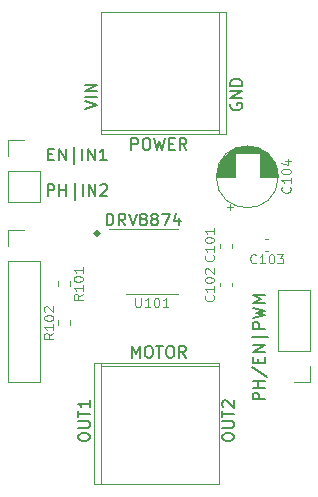
<source format=gbr>
%TF.GenerationSoftware,KiCad,Pcbnew,(7.0.0)*%
%TF.CreationDate,2023-03-21T16:51:35-07:00*%
%TF.ProjectId,DRV8874-breakout-board,44525638-3837-4342-9d62-7265616b6f75,rev?*%
%TF.SameCoordinates,Original*%
%TF.FileFunction,Legend,Top*%
%TF.FilePolarity,Positive*%
%FSLAX46Y46*%
G04 Gerber Fmt 4.6, Leading zero omitted, Abs format (unit mm)*
G04 Created by KiCad (PCBNEW (7.0.0)) date 2023-03-21 16:51:35*
%MOMM*%
%LPD*%
G01*
G04 APERTURE LIST*
%ADD10C,0.300000*%
%ADD11C,0.120000*%
%ADD12C,0.150000*%
G04 APERTURE END LIST*
D10*
X125450000Y-94450000D02*
G75*
G03*
X125450000Y-94450000I-150000J0D01*
G01*
D11*
%TO.C,U101*%
X128528571Y-99893904D02*
X128528571Y-100541523D01*
X128528571Y-100541523D02*
X128566666Y-100617714D01*
X128566666Y-100617714D02*
X128604761Y-100655809D01*
X128604761Y-100655809D02*
X128680952Y-100693904D01*
X128680952Y-100693904D02*
X128833333Y-100693904D01*
X128833333Y-100693904D02*
X128909523Y-100655809D01*
X128909523Y-100655809D02*
X128947618Y-100617714D01*
X128947618Y-100617714D02*
X128985714Y-100541523D01*
X128985714Y-100541523D02*
X128985714Y-99893904D01*
X129785713Y-100693904D02*
X129328570Y-100693904D01*
X129557142Y-100693904D02*
X129557142Y-99893904D01*
X129557142Y-99893904D02*
X129480951Y-100008190D01*
X129480951Y-100008190D02*
X129404761Y-100084380D01*
X129404761Y-100084380D02*
X129328570Y-100122476D01*
X130280952Y-99893904D02*
X130357142Y-99893904D01*
X130357142Y-99893904D02*
X130433333Y-99932000D01*
X130433333Y-99932000D02*
X130471428Y-99970095D01*
X130471428Y-99970095D02*
X130509523Y-100046285D01*
X130509523Y-100046285D02*
X130547618Y-100198666D01*
X130547618Y-100198666D02*
X130547618Y-100389142D01*
X130547618Y-100389142D02*
X130509523Y-100541523D01*
X130509523Y-100541523D02*
X130471428Y-100617714D01*
X130471428Y-100617714D02*
X130433333Y-100655809D01*
X130433333Y-100655809D02*
X130357142Y-100693904D01*
X130357142Y-100693904D02*
X130280952Y-100693904D01*
X130280952Y-100693904D02*
X130204761Y-100655809D01*
X130204761Y-100655809D02*
X130166666Y-100617714D01*
X130166666Y-100617714D02*
X130128571Y-100541523D01*
X130128571Y-100541523D02*
X130090475Y-100389142D01*
X130090475Y-100389142D02*
X130090475Y-100198666D01*
X130090475Y-100198666D02*
X130128571Y-100046285D01*
X130128571Y-100046285D02*
X130166666Y-99970095D01*
X130166666Y-99970095D02*
X130204761Y-99932000D01*
X130204761Y-99932000D02*
X130280952Y-99893904D01*
X131309523Y-100693904D02*
X130852380Y-100693904D01*
X131080952Y-100693904D02*
X131080952Y-99893904D01*
X131080952Y-99893904D02*
X131004761Y-100008190D01*
X131004761Y-100008190D02*
X130928571Y-100084380D01*
X130928571Y-100084380D02*
X130852380Y-100122476D01*
%TO.C,C101*%
X135117714Y-96295237D02*
X135155809Y-96333333D01*
X135155809Y-96333333D02*
X135193904Y-96447618D01*
X135193904Y-96447618D02*
X135193904Y-96523809D01*
X135193904Y-96523809D02*
X135155809Y-96638095D01*
X135155809Y-96638095D02*
X135079619Y-96714285D01*
X135079619Y-96714285D02*
X135003428Y-96752380D01*
X135003428Y-96752380D02*
X134851047Y-96790476D01*
X134851047Y-96790476D02*
X134736761Y-96790476D01*
X134736761Y-96790476D02*
X134584380Y-96752380D01*
X134584380Y-96752380D02*
X134508190Y-96714285D01*
X134508190Y-96714285D02*
X134432000Y-96638095D01*
X134432000Y-96638095D02*
X134393904Y-96523809D01*
X134393904Y-96523809D02*
X134393904Y-96447618D01*
X134393904Y-96447618D02*
X134432000Y-96333333D01*
X134432000Y-96333333D02*
X134470095Y-96295237D01*
X135193904Y-95533333D02*
X135193904Y-95990476D01*
X135193904Y-95761904D02*
X134393904Y-95761904D01*
X134393904Y-95761904D02*
X134508190Y-95838095D01*
X134508190Y-95838095D02*
X134584380Y-95914285D01*
X134584380Y-95914285D02*
X134622476Y-95990476D01*
X134393904Y-95038094D02*
X134393904Y-94961904D01*
X134393904Y-94961904D02*
X134432000Y-94885713D01*
X134432000Y-94885713D02*
X134470095Y-94847618D01*
X134470095Y-94847618D02*
X134546285Y-94809523D01*
X134546285Y-94809523D02*
X134698666Y-94771428D01*
X134698666Y-94771428D02*
X134889142Y-94771428D01*
X134889142Y-94771428D02*
X135041523Y-94809523D01*
X135041523Y-94809523D02*
X135117714Y-94847618D01*
X135117714Y-94847618D02*
X135155809Y-94885713D01*
X135155809Y-94885713D02*
X135193904Y-94961904D01*
X135193904Y-94961904D02*
X135193904Y-95038094D01*
X135193904Y-95038094D02*
X135155809Y-95114285D01*
X135155809Y-95114285D02*
X135117714Y-95152380D01*
X135117714Y-95152380D02*
X135041523Y-95190475D01*
X135041523Y-95190475D02*
X134889142Y-95228571D01*
X134889142Y-95228571D02*
X134698666Y-95228571D01*
X134698666Y-95228571D02*
X134546285Y-95190475D01*
X134546285Y-95190475D02*
X134470095Y-95152380D01*
X134470095Y-95152380D02*
X134432000Y-95114285D01*
X134432000Y-95114285D02*
X134393904Y-95038094D01*
X135193904Y-94009523D02*
X135193904Y-94466666D01*
X135193904Y-94238094D02*
X134393904Y-94238094D01*
X134393904Y-94238094D02*
X134508190Y-94314285D01*
X134508190Y-94314285D02*
X134584380Y-94390475D01*
X134584380Y-94390475D02*
X134622476Y-94466666D01*
%TO.C,C104*%
X141617714Y-90495237D02*
X141655809Y-90533333D01*
X141655809Y-90533333D02*
X141693904Y-90647618D01*
X141693904Y-90647618D02*
X141693904Y-90723809D01*
X141693904Y-90723809D02*
X141655809Y-90838095D01*
X141655809Y-90838095D02*
X141579619Y-90914285D01*
X141579619Y-90914285D02*
X141503428Y-90952380D01*
X141503428Y-90952380D02*
X141351047Y-90990476D01*
X141351047Y-90990476D02*
X141236761Y-90990476D01*
X141236761Y-90990476D02*
X141084380Y-90952380D01*
X141084380Y-90952380D02*
X141008190Y-90914285D01*
X141008190Y-90914285D02*
X140932000Y-90838095D01*
X140932000Y-90838095D02*
X140893904Y-90723809D01*
X140893904Y-90723809D02*
X140893904Y-90647618D01*
X140893904Y-90647618D02*
X140932000Y-90533333D01*
X140932000Y-90533333D02*
X140970095Y-90495237D01*
X141693904Y-89733333D02*
X141693904Y-90190476D01*
X141693904Y-89961904D02*
X140893904Y-89961904D01*
X140893904Y-89961904D02*
X141008190Y-90038095D01*
X141008190Y-90038095D02*
X141084380Y-90114285D01*
X141084380Y-90114285D02*
X141122476Y-90190476D01*
X140893904Y-89238094D02*
X140893904Y-89161904D01*
X140893904Y-89161904D02*
X140932000Y-89085713D01*
X140932000Y-89085713D02*
X140970095Y-89047618D01*
X140970095Y-89047618D02*
X141046285Y-89009523D01*
X141046285Y-89009523D02*
X141198666Y-88971428D01*
X141198666Y-88971428D02*
X141389142Y-88971428D01*
X141389142Y-88971428D02*
X141541523Y-89009523D01*
X141541523Y-89009523D02*
X141617714Y-89047618D01*
X141617714Y-89047618D02*
X141655809Y-89085713D01*
X141655809Y-89085713D02*
X141693904Y-89161904D01*
X141693904Y-89161904D02*
X141693904Y-89238094D01*
X141693904Y-89238094D02*
X141655809Y-89314285D01*
X141655809Y-89314285D02*
X141617714Y-89352380D01*
X141617714Y-89352380D02*
X141541523Y-89390475D01*
X141541523Y-89390475D02*
X141389142Y-89428571D01*
X141389142Y-89428571D02*
X141198666Y-89428571D01*
X141198666Y-89428571D02*
X141046285Y-89390475D01*
X141046285Y-89390475D02*
X140970095Y-89352380D01*
X140970095Y-89352380D02*
X140932000Y-89314285D01*
X140932000Y-89314285D02*
X140893904Y-89238094D01*
X141160571Y-88285713D02*
X141693904Y-88285713D01*
X140855809Y-88476189D02*
X141427238Y-88666666D01*
X141427238Y-88666666D02*
X141427238Y-88171427D01*
%TO.C,C102*%
X135117714Y-99695237D02*
X135155809Y-99733333D01*
X135155809Y-99733333D02*
X135193904Y-99847618D01*
X135193904Y-99847618D02*
X135193904Y-99923809D01*
X135193904Y-99923809D02*
X135155809Y-100038095D01*
X135155809Y-100038095D02*
X135079619Y-100114285D01*
X135079619Y-100114285D02*
X135003428Y-100152380D01*
X135003428Y-100152380D02*
X134851047Y-100190476D01*
X134851047Y-100190476D02*
X134736761Y-100190476D01*
X134736761Y-100190476D02*
X134584380Y-100152380D01*
X134584380Y-100152380D02*
X134508190Y-100114285D01*
X134508190Y-100114285D02*
X134432000Y-100038095D01*
X134432000Y-100038095D02*
X134393904Y-99923809D01*
X134393904Y-99923809D02*
X134393904Y-99847618D01*
X134393904Y-99847618D02*
X134432000Y-99733333D01*
X134432000Y-99733333D02*
X134470095Y-99695237D01*
X135193904Y-98933333D02*
X135193904Y-99390476D01*
X135193904Y-99161904D02*
X134393904Y-99161904D01*
X134393904Y-99161904D02*
X134508190Y-99238095D01*
X134508190Y-99238095D02*
X134584380Y-99314285D01*
X134584380Y-99314285D02*
X134622476Y-99390476D01*
X134393904Y-98438094D02*
X134393904Y-98361904D01*
X134393904Y-98361904D02*
X134432000Y-98285713D01*
X134432000Y-98285713D02*
X134470095Y-98247618D01*
X134470095Y-98247618D02*
X134546285Y-98209523D01*
X134546285Y-98209523D02*
X134698666Y-98171428D01*
X134698666Y-98171428D02*
X134889142Y-98171428D01*
X134889142Y-98171428D02*
X135041523Y-98209523D01*
X135041523Y-98209523D02*
X135117714Y-98247618D01*
X135117714Y-98247618D02*
X135155809Y-98285713D01*
X135155809Y-98285713D02*
X135193904Y-98361904D01*
X135193904Y-98361904D02*
X135193904Y-98438094D01*
X135193904Y-98438094D02*
X135155809Y-98514285D01*
X135155809Y-98514285D02*
X135117714Y-98552380D01*
X135117714Y-98552380D02*
X135041523Y-98590475D01*
X135041523Y-98590475D02*
X134889142Y-98628571D01*
X134889142Y-98628571D02*
X134698666Y-98628571D01*
X134698666Y-98628571D02*
X134546285Y-98590475D01*
X134546285Y-98590475D02*
X134470095Y-98552380D01*
X134470095Y-98552380D02*
X134432000Y-98514285D01*
X134432000Y-98514285D02*
X134393904Y-98438094D01*
X134470095Y-97866666D02*
X134432000Y-97828570D01*
X134432000Y-97828570D02*
X134393904Y-97752380D01*
X134393904Y-97752380D02*
X134393904Y-97561904D01*
X134393904Y-97561904D02*
X134432000Y-97485713D01*
X134432000Y-97485713D02*
X134470095Y-97447618D01*
X134470095Y-97447618D02*
X134546285Y-97409523D01*
X134546285Y-97409523D02*
X134622476Y-97409523D01*
X134622476Y-97409523D02*
X134736761Y-97447618D01*
X134736761Y-97447618D02*
X135193904Y-97904761D01*
X135193904Y-97904761D02*
X135193904Y-97409523D01*
%TO.C,R101*%
X124093904Y-99595237D02*
X123712952Y-99861904D01*
X124093904Y-100052380D02*
X123293904Y-100052380D01*
X123293904Y-100052380D02*
X123293904Y-99747618D01*
X123293904Y-99747618D02*
X123332000Y-99671428D01*
X123332000Y-99671428D02*
X123370095Y-99633333D01*
X123370095Y-99633333D02*
X123446285Y-99595237D01*
X123446285Y-99595237D02*
X123560571Y-99595237D01*
X123560571Y-99595237D02*
X123636761Y-99633333D01*
X123636761Y-99633333D02*
X123674857Y-99671428D01*
X123674857Y-99671428D02*
X123712952Y-99747618D01*
X123712952Y-99747618D02*
X123712952Y-100052380D01*
X124093904Y-98833333D02*
X124093904Y-99290476D01*
X124093904Y-99061904D02*
X123293904Y-99061904D01*
X123293904Y-99061904D02*
X123408190Y-99138095D01*
X123408190Y-99138095D02*
X123484380Y-99214285D01*
X123484380Y-99214285D02*
X123522476Y-99290476D01*
X123293904Y-98338094D02*
X123293904Y-98261904D01*
X123293904Y-98261904D02*
X123332000Y-98185713D01*
X123332000Y-98185713D02*
X123370095Y-98147618D01*
X123370095Y-98147618D02*
X123446285Y-98109523D01*
X123446285Y-98109523D02*
X123598666Y-98071428D01*
X123598666Y-98071428D02*
X123789142Y-98071428D01*
X123789142Y-98071428D02*
X123941523Y-98109523D01*
X123941523Y-98109523D02*
X124017714Y-98147618D01*
X124017714Y-98147618D02*
X124055809Y-98185713D01*
X124055809Y-98185713D02*
X124093904Y-98261904D01*
X124093904Y-98261904D02*
X124093904Y-98338094D01*
X124093904Y-98338094D02*
X124055809Y-98414285D01*
X124055809Y-98414285D02*
X124017714Y-98452380D01*
X124017714Y-98452380D02*
X123941523Y-98490475D01*
X123941523Y-98490475D02*
X123789142Y-98528571D01*
X123789142Y-98528571D02*
X123598666Y-98528571D01*
X123598666Y-98528571D02*
X123446285Y-98490475D01*
X123446285Y-98490475D02*
X123370095Y-98452380D01*
X123370095Y-98452380D02*
X123332000Y-98414285D01*
X123332000Y-98414285D02*
X123293904Y-98338094D01*
X124093904Y-97309523D02*
X124093904Y-97766666D01*
X124093904Y-97538094D02*
X123293904Y-97538094D01*
X123293904Y-97538094D02*
X123408190Y-97614285D01*
X123408190Y-97614285D02*
X123484380Y-97690475D01*
X123484380Y-97690475D02*
X123522476Y-97766666D01*
%TO.C,C103*%
X138754762Y-96917714D02*
X138716666Y-96955809D01*
X138716666Y-96955809D02*
X138602381Y-96993904D01*
X138602381Y-96993904D02*
X138526190Y-96993904D01*
X138526190Y-96993904D02*
X138411904Y-96955809D01*
X138411904Y-96955809D02*
X138335714Y-96879619D01*
X138335714Y-96879619D02*
X138297619Y-96803428D01*
X138297619Y-96803428D02*
X138259523Y-96651047D01*
X138259523Y-96651047D02*
X138259523Y-96536761D01*
X138259523Y-96536761D02*
X138297619Y-96384380D01*
X138297619Y-96384380D02*
X138335714Y-96308190D01*
X138335714Y-96308190D02*
X138411904Y-96232000D01*
X138411904Y-96232000D02*
X138526190Y-96193904D01*
X138526190Y-96193904D02*
X138602381Y-96193904D01*
X138602381Y-96193904D02*
X138716666Y-96232000D01*
X138716666Y-96232000D02*
X138754762Y-96270095D01*
X139516666Y-96993904D02*
X139059523Y-96993904D01*
X139288095Y-96993904D02*
X139288095Y-96193904D01*
X139288095Y-96193904D02*
X139211904Y-96308190D01*
X139211904Y-96308190D02*
X139135714Y-96384380D01*
X139135714Y-96384380D02*
X139059523Y-96422476D01*
X140011905Y-96193904D02*
X140088095Y-96193904D01*
X140088095Y-96193904D02*
X140164286Y-96232000D01*
X140164286Y-96232000D02*
X140202381Y-96270095D01*
X140202381Y-96270095D02*
X140240476Y-96346285D01*
X140240476Y-96346285D02*
X140278571Y-96498666D01*
X140278571Y-96498666D02*
X140278571Y-96689142D01*
X140278571Y-96689142D02*
X140240476Y-96841523D01*
X140240476Y-96841523D02*
X140202381Y-96917714D01*
X140202381Y-96917714D02*
X140164286Y-96955809D01*
X140164286Y-96955809D02*
X140088095Y-96993904D01*
X140088095Y-96993904D02*
X140011905Y-96993904D01*
X140011905Y-96993904D02*
X139935714Y-96955809D01*
X139935714Y-96955809D02*
X139897619Y-96917714D01*
X139897619Y-96917714D02*
X139859524Y-96841523D01*
X139859524Y-96841523D02*
X139821428Y-96689142D01*
X139821428Y-96689142D02*
X139821428Y-96498666D01*
X139821428Y-96498666D02*
X139859524Y-96346285D01*
X139859524Y-96346285D02*
X139897619Y-96270095D01*
X139897619Y-96270095D02*
X139935714Y-96232000D01*
X139935714Y-96232000D02*
X140011905Y-96193904D01*
X140545238Y-96193904D02*
X141040476Y-96193904D01*
X141040476Y-96193904D02*
X140773810Y-96498666D01*
X140773810Y-96498666D02*
X140888095Y-96498666D01*
X140888095Y-96498666D02*
X140964286Y-96536761D01*
X140964286Y-96536761D02*
X141002381Y-96574857D01*
X141002381Y-96574857D02*
X141040476Y-96651047D01*
X141040476Y-96651047D02*
X141040476Y-96841523D01*
X141040476Y-96841523D02*
X141002381Y-96917714D01*
X141002381Y-96917714D02*
X140964286Y-96955809D01*
X140964286Y-96955809D02*
X140888095Y-96993904D01*
X140888095Y-96993904D02*
X140659524Y-96993904D01*
X140659524Y-96993904D02*
X140583333Y-96955809D01*
X140583333Y-96955809D02*
X140545238Y-96917714D01*
D12*
%TO.C,J102*%
X124267380Y-83895237D02*
X125267380Y-83561904D01*
X125267380Y-83561904D02*
X124267380Y-83228571D01*
X125267380Y-82895237D02*
X124267380Y-82895237D01*
X125267380Y-82419047D02*
X124267380Y-82419047D01*
X124267380Y-82419047D02*
X125267380Y-81847619D01*
X125267380Y-81847619D02*
X124267380Y-81847619D01*
X126104762Y-93767380D02*
X126104762Y-92767380D01*
X126104762Y-92767380D02*
X126342857Y-92767380D01*
X126342857Y-92767380D02*
X126485714Y-92815000D01*
X126485714Y-92815000D02*
X126580952Y-92910238D01*
X126580952Y-92910238D02*
X126628571Y-93005476D01*
X126628571Y-93005476D02*
X126676190Y-93195952D01*
X126676190Y-93195952D02*
X126676190Y-93338809D01*
X126676190Y-93338809D02*
X126628571Y-93529285D01*
X126628571Y-93529285D02*
X126580952Y-93624523D01*
X126580952Y-93624523D02*
X126485714Y-93719761D01*
X126485714Y-93719761D02*
X126342857Y-93767380D01*
X126342857Y-93767380D02*
X126104762Y-93767380D01*
X127676190Y-93767380D02*
X127342857Y-93291190D01*
X127104762Y-93767380D02*
X127104762Y-92767380D01*
X127104762Y-92767380D02*
X127485714Y-92767380D01*
X127485714Y-92767380D02*
X127580952Y-92815000D01*
X127580952Y-92815000D02*
X127628571Y-92862619D01*
X127628571Y-92862619D02*
X127676190Y-92957857D01*
X127676190Y-92957857D02*
X127676190Y-93100714D01*
X127676190Y-93100714D02*
X127628571Y-93195952D01*
X127628571Y-93195952D02*
X127580952Y-93243571D01*
X127580952Y-93243571D02*
X127485714Y-93291190D01*
X127485714Y-93291190D02*
X127104762Y-93291190D01*
X127961905Y-92767380D02*
X128295238Y-93767380D01*
X128295238Y-93767380D02*
X128628571Y-92767380D01*
X129104762Y-93195952D02*
X129009524Y-93148333D01*
X129009524Y-93148333D02*
X128961905Y-93100714D01*
X128961905Y-93100714D02*
X128914286Y-93005476D01*
X128914286Y-93005476D02*
X128914286Y-92957857D01*
X128914286Y-92957857D02*
X128961905Y-92862619D01*
X128961905Y-92862619D02*
X129009524Y-92815000D01*
X129009524Y-92815000D02*
X129104762Y-92767380D01*
X129104762Y-92767380D02*
X129295238Y-92767380D01*
X129295238Y-92767380D02*
X129390476Y-92815000D01*
X129390476Y-92815000D02*
X129438095Y-92862619D01*
X129438095Y-92862619D02*
X129485714Y-92957857D01*
X129485714Y-92957857D02*
X129485714Y-93005476D01*
X129485714Y-93005476D02*
X129438095Y-93100714D01*
X129438095Y-93100714D02*
X129390476Y-93148333D01*
X129390476Y-93148333D02*
X129295238Y-93195952D01*
X129295238Y-93195952D02*
X129104762Y-93195952D01*
X129104762Y-93195952D02*
X129009524Y-93243571D01*
X129009524Y-93243571D02*
X128961905Y-93291190D01*
X128961905Y-93291190D02*
X128914286Y-93386428D01*
X128914286Y-93386428D02*
X128914286Y-93576904D01*
X128914286Y-93576904D02*
X128961905Y-93672142D01*
X128961905Y-93672142D02*
X129009524Y-93719761D01*
X129009524Y-93719761D02*
X129104762Y-93767380D01*
X129104762Y-93767380D02*
X129295238Y-93767380D01*
X129295238Y-93767380D02*
X129390476Y-93719761D01*
X129390476Y-93719761D02*
X129438095Y-93672142D01*
X129438095Y-93672142D02*
X129485714Y-93576904D01*
X129485714Y-93576904D02*
X129485714Y-93386428D01*
X129485714Y-93386428D02*
X129438095Y-93291190D01*
X129438095Y-93291190D02*
X129390476Y-93243571D01*
X129390476Y-93243571D02*
X129295238Y-93195952D01*
X130057143Y-93195952D02*
X129961905Y-93148333D01*
X129961905Y-93148333D02*
X129914286Y-93100714D01*
X129914286Y-93100714D02*
X129866667Y-93005476D01*
X129866667Y-93005476D02*
X129866667Y-92957857D01*
X129866667Y-92957857D02*
X129914286Y-92862619D01*
X129914286Y-92862619D02*
X129961905Y-92815000D01*
X129961905Y-92815000D02*
X130057143Y-92767380D01*
X130057143Y-92767380D02*
X130247619Y-92767380D01*
X130247619Y-92767380D02*
X130342857Y-92815000D01*
X130342857Y-92815000D02*
X130390476Y-92862619D01*
X130390476Y-92862619D02*
X130438095Y-92957857D01*
X130438095Y-92957857D02*
X130438095Y-93005476D01*
X130438095Y-93005476D02*
X130390476Y-93100714D01*
X130390476Y-93100714D02*
X130342857Y-93148333D01*
X130342857Y-93148333D02*
X130247619Y-93195952D01*
X130247619Y-93195952D02*
X130057143Y-93195952D01*
X130057143Y-93195952D02*
X129961905Y-93243571D01*
X129961905Y-93243571D02*
X129914286Y-93291190D01*
X129914286Y-93291190D02*
X129866667Y-93386428D01*
X129866667Y-93386428D02*
X129866667Y-93576904D01*
X129866667Y-93576904D02*
X129914286Y-93672142D01*
X129914286Y-93672142D02*
X129961905Y-93719761D01*
X129961905Y-93719761D02*
X130057143Y-93767380D01*
X130057143Y-93767380D02*
X130247619Y-93767380D01*
X130247619Y-93767380D02*
X130342857Y-93719761D01*
X130342857Y-93719761D02*
X130390476Y-93672142D01*
X130390476Y-93672142D02*
X130438095Y-93576904D01*
X130438095Y-93576904D02*
X130438095Y-93386428D01*
X130438095Y-93386428D02*
X130390476Y-93291190D01*
X130390476Y-93291190D02*
X130342857Y-93243571D01*
X130342857Y-93243571D02*
X130247619Y-93195952D01*
X130771429Y-92767380D02*
X131438095Y-92767380D01*
X131438095Y-92767380D02*
X131009524Y-93767380D01*
X132247619Y-93100714D02*
X132247619Y-93767380D01*
X132009524Y-92719761D02*
X131771429Y-93434047D01*
X131771429Y-93434047D02*
X132390476Y-93434047D01*
X136615000Y-83461904D02*
X136567380Y-83557142D01*
X136567380Y-83557142D02*
X136567380Y-83699999D01*
X136567380Y-83699999D02*
X136615000Y-83842856D01*
X136615000Y-83842856D02*
X136710238Y-83938094D01*
X136710238Y-83938094D02*
X136805476Y-83985713D01*
X136805476Y-83985713D02*
X136995952Y-84033332D01*
X136995952Y-84033332D02*
X137138809Y-84033332D01*
X137138809Y-84033332D02*
X137329285Y-83985713D01*
X137329285Y-83985713D02*
X137424523Y-83938094D01*
X137424523Y-83938094D02*
X137519761Y-83842856D01*
X137519761Y-83842856D02*
X137567380Y-83699999D01*
X137567380Y-83699999D02*
X137567380Y-83604761D01*
X137567380Y-83604761D02*
X137519761Y-83461904D01*
X137519761Y-83461904D02*
X137472142Y-83414285D01*
X137472142Y-83414285D02*
X137138809Y-83414285D01*
X137138809Y-83414285D02*
X137138809Y-83604761D01*
X137567380Y-82985713D02*
X136567380Y-82985713D01*
X136567380Y-82985713D02*
X137567380Y-82414285D01*
X137567380Y-82414285D02*
X136567380Y-82414285D01*
X137567380Y-81938094D02*
X136567380Y-81938094D01*
X136567380Y-81938094D02*
X136567380Y-81699999D01*
X136567380Y-81699999D02*
X136615000Y-81557142D01*
X136615000Y-81557142D02*
X136710238Y-81461904D01*
X136710238Y-81461904D02*
X136805476Y-81414285D01*
X136805476Y-81414285D02*
X136995952Y-81366666D01*
X136995952Y-81366666D02*
X137138809Y-81366666D01*
X137138809Y-81366666D02*
X137329285Y-81414285D01*
X137329285Y-81414285D02*
X137424523Y-81461904D01*
X137424523Y-81461904D02*
X137519761Y-81557142D01*
X137519761Y-81557142D02*
X137567380Y-81699999D01*
X137567380Y-81699999D02*
X137567380Y-81938094D01*
X121100000Y-91267380D02*
X121100000Y-90267380D01*
X121100000Y-90267380D02*
X121480952Y-90267380D01*
X121480952Y-90267380D02*
X121576190Y-90315000D01*
X121576190Y-90315000D02*
X121623809Y-90362619D01*
X121623809Y-90362619D02*
X121671428Y-90457857D01*
X121671428Y-90457857D02*
X121671428Y-90600714D01*
X121671428Y-90600714D02*
X121623809Y-90695952D01*
X121623809Y-90695952D02*
X121576190Y-90743571D01*
X121576190Y-90743571D02*
X121480952Y-90791190D01*
X121480952Y-90791190D02*
X121100000Y-90791190D01*
X122100000Y-91267380D02*
X122100000Y-90267380D01*
X122100000Y-90743571D02*
X122671428Y-90743571D01*
X122671428Y-91267380D02*
X122671428Y-90267380D01*
X123385714Y-91600714D02*
X123385714Y-90172142D01*
X124100000Y-91267380D02*
X124100000Y-90267380D01*
X124576190Y-91267380D02*
X124576190Y-90267380D01*
X124576190Y-90267380D02*
X125147618Y-91267380D01*
X125147618Y-91267380D02*
X125147618Y-90267380D01*
X125576190Y-90362619D02*
X125623809Y-90315000D01*
X125623809Y-90315000D02*
X125719047Y-90267380D01*
X125719047Y-90267380D02*
X125957142Y-90267380D01*
X125957142Y-90267380D02*
X126052380Y-90315000D01*
X126052380Y-90315000D02*
X126099999Y-90362619D01*
X126099999Y-90362619D02*
X126147618Y-90457857D01*
X126147618Y-90457857D02*
X126147618Y-90553095D01*
X126147618Y-90553095D02*
X126099999Y-90695952D01*
X126099999Y-90695952D02*
X125528571Y-91267380D01*
X125528571Y-91267380D02*
X126147618Y-91267380D01*
X139467380Y-108504761D02*
X138467380Y-108504761D01*
X138467380Y-108504761D02*
X138467380Y-108123809D01*
X138467380Y-108123809D02*
X138515000Y-108028571D01*
X138515000Y-108028571D02*
X138562619Y-107980952D01*
X138562619Y-107980952D02*
X138657857Y-107933333D01*
X138657857Y-107933333D02*
X138800714Y-107933333D01*
X138800714Y-107933333D02*
X138895952Y-107980952D01*
X138895952Y-107980952D02*
X138943571Y-108028571D01*
X138943571Y-108028571D02*
X138991190Y-108123809D01*
X138991190Y-108123809D02*
X138991190Y-108504761D01*
X139467380Y-107504761D02*
X138467380Y-107504761D01*
X138943571Y-107504761D02*
X138943571Y-106933333D01*
X139467380Y-106933333D02*
X138467380Y-106933333D01*
X138419761Y-105742857D02*
X139705476Y-106599999D01*
X138943571Y-105409523D02*
X138943571Y-105076190D01*
X139467380Y-104933333D02*
X139467380Y-105409523D01*
X139467380Y-105409523D02*
X138467380Y-105409523D01*
X138467380Y-105409523D02*
X138467380Y-104933333D01*
X139467380Y-104504761D02*
X138467380Y-104504761D01*
X138467380Y-104504761D02*
X139467380Y-103933333D01*
X139467380Y-103933333D02*
X138467380Y-103933333D01*
X139800714Y-103219047D02*
X138372142Y-103219047D01*
X139467380Y-102504761D02*
X138467380Y-102504761D01*
X138467380Y-102504761D02*
X138467380Y-102123809D01*
X138467380Y-102123809D02*
X138515000Y-102028571D01*
X138515000Y-102028571D02*
X138562619Y-101980952D01*
X138562619Y-101980952D02*
X138657857Y-101933333D01*
X138657857Y-101933333D02*
X138800714Y-101933333D01*
X138800714Y-101933333D02*
X138895952Y-101980952D01*
X138895952Y-101980952D02*
X138943571Y-102028571D01*
X138943571Y-102028571D02*
X138991190Y-102123809D01*
X138991190Y-102123809D02*
X138991190Y-102504761D01*
X138467380Y-101599999D02*
X139467380Y-101361904D01*
X139467380Y-101361904D02*
X138753095Y-101171428D01*
X138753095Y-101171428D02*
X139467380Y-100980952D01*
X139467380Y-100980952D02*
X138467380Y-100742857D01*
X139467380Y-100361904D02*
X138467380Y-100361904D01*
X138467380Y-100361904D02*
X139181666Y-100028571D01*
X139181666Y-100028571D02*
X138467380Y-99695238D01*
X138467380Y-99695238D02*
X139467380Y-99695238D01*
X128190476Y-87367380D02*
X128190476Y-86367380D01*
X128190476Y-86367380D02*
X128571428Y-86367380D01*
X128571428Y-86367380D02*
X128666666Y-86415000D01*
X128666666Y-86415000D02*
X128714285Y-86462619D01*
X128714285Y-86462619D02*
X128761904Y-86557857D01*
X128761904Y-86557857D02*
X128761904Y-86700714D01*
X128761904Y-86700714D02*
X128714285Y-86795952D01*
X128714285Y-86795952D02*
X128666666Y-86843571D01*
X128666666Y-86843571D02*
X128571428Y-86891190D01*
X128571428Y-86891190D02*
X128190476Y-86891190D01*
X129380952Y-86367380D02*
X129571428Y-86367380D01*
X129571428Y-86367380D02*
X129666666Y-86415000D01*
X129666666Y-86415000D02*
X129761904Y-86510238D01*
X129761904Y-86510238D02*
X129809523Y-86700714D01*
X129809523Y-86700714D02*
X129809523Y-87034047D01*
X129809523Y-87034047D02*
X129761904Y-87224523D01*
X129761904Y-87224523D02*
X129666666Y-87319761D01*
X129666666Y-87319761D02*
X129571428Y-87367380D01*
X129571428Y-87367380D02*
X129380952Y-87367380D01*
X129380952Y-87367380D02*
X129285714Y-87319761D01*
X129285714Y-87319761D02*
X129190476Y-87224523D01*
X129190476Y-87224523D02*
X129142857Y-87034047D01*
X129142857Y-87034047D02*
X129142857Y-86700714D01*
X129142857Y-86700714D02*
X129190476Y-86510238D01*
X129190476Y-86510238D02*
X129285714Y-86415000D01*
X129285714Y-86415000D02*
X129380952Y-86367380D01*
X130142857Y-86367380D02*
X130380952Y-87367380D01*
X130380952Y-87367380D02*
X130571428Y-86653095D01*
X130571428Y-86653095D02*
X130761904Y-87367380D01*
X130761904Y-87367380D02*
X131000000Y-86367380D01*
X131380952Y-86843571D02*
X131714285Y-86843571D01*
X131857142Y-87367380D02*
X131380952Y-87367380D01*
X131380952Y-87367380D02*
X131380952Y-86367380D01*
X131380952Y-86367380D02*
X131857142Y-86367380D01*
X132857142Y-87367380D02*
X132523809Y-86891190D01*
X132285714Y-87367380D02*
X132285714Y-86367380D01*
X132285714Y-86367380D02*
X132666666Y-86367380D01*
X132666666Y-86367380D02*
X132761904Y-86415000D01*
X132761904Y-86415000D02*
X132809523Y-86462619D01*
X132809523Y-86462619D02*
X132857142Y-86557857D01*
X132857142Y-86557857D02*
X132857142Y-86700714D01*
X132857142Y-86700714D02*
X132809523Y-86795952D01*
X132809523Y-86795952D02*
X132761904Y-86843571D01*
X132761904Y-86843571D02*
X132666666Y-86891190D01*
X132666666Y-86891190D02*
X132285714Y-86891190D01*
X123667380Y-111776190D02*
X123667380Y-111585714D01*
X123667380Y-111585714D02*
X123715000Y-111490476D01*
X123715000Y-111490476D02*
X123810238Y-111395238D01*
X123810238Y-111395238D02*
X124000714Y-111347619D01*
X124000714Y-111347619D02*
X124334047Y-111347619D01*
X124334047Y-111347619D02*
X124524523Y-111395238D01*
X124524523Y-111395238D02*
X124619761Y-111490476D01*
X124619761Y-111490476D02*
X124667380Y-111585714D01*
X124667380Y-111585714D02*
X124667380Y-111776190D01*
X124667380Y-111776190D02*
X124619761Y-111871428D01*
X124619761Y-111871428D02*
X124524523Y-111966666D01*
X124524523Y-111966666D02*
X124334047Y-112014285D01*
X124334047Y-112014285D02*
X124000714Y-112014285D01*
X124000714Y-112014285D02*
X123810238Y-111966666D01*
X123810238Y-111966666D02*
X123715000Y-111871428D01*
X123715000Y-111871428D02*
X123667380Y-111776190D01*
X123667380Y-110919047D02*
X124476904Y-110919047D01*
X124476904Y-110919047D02*
X124572142Y-110871428D01*
X124572142Y-110871428D02*
X124619761Y-110823809D01*
X124619761Y-110823809D02*
X124667380Y-110728571D01*
X124667380Y-110728571D02*
X124667380Y-110538095D01*
X124667380Y-110538095D02*
X124619761Y-110442857D01*
X124619761Y-110442857D02*
X124572142Y-110395238D01*
X124572142Y-110395238D02*
X124476904Y-110347619D01*
X124476904Y-110347619D02*
X123667380Y-110347619D01*
X123667380Y-110014285D02*
X123667380Y-109442857D01*
X124667380Y-109728571D02*
X123667380Y-109728571D01*
X124667380Y-108585714D02*
X124667380Y-109157142D01*
X124667380Y-108871428D02*
X123667380Y-108871428D01*
X123667380Y-108871428D02*
X123810238Y-108966666D01*
X123810238Y-108966666D02*
X123905476Y-109061904D01*
X123905476Y-109061904D02*
X123953095Y-109157142D01*
X121147619Y-87743571D02*
X121480952Y-87743571D01*
X121623809Y-88267380D02*
X121147619Y-88267380D01*
X121147619Y-88267380D02*
X121147619Y-87267380D01*
X121147619Y-87267380D02*
X121623809Y-87267380D01*
X122052381Y-88267380D02*
X122052381Y-87267380D01*
X122052381Y-87267380D02*
X122623809Y-88267380D01*
X122623809Y-88267380D02*
X122623809Y-87267380D01*
X123338095Y-88600714D02*
X123338095Y-87172142D01*
X124052381Y-88267380D02*
X124052381Y-87267380D01*
X124528571Y-88267380D02*
X124528571Y-87267380D01*
X124528571Y-87267380D02*
X125099999Y-88267380D01*
X125099999Y-88267380D02*
X125099999Y-87267380D01*
X126099999Y-88267380D02*
X125528571Y-88267380D01*
X125814285Y-88267380D02*
X125814285Y-87267380D01*
X125814285Y-87267380D02*
X125719047Y-87410238D01*
X125719047Y-87410238D02*
X125623809Y-87505476D01*
X125623809Y-87505476D02*
X125528571Y-87553095D01*
X135867380Y-111776190D02*
X135867380Y-111585714D01*
X135867380Y-111585714D02*
X135915000Y-111490476D01*
X135915000Y-111490476D02*
X136010238Y-111395238D01*
X136010238Y-111395238D02*
X136200714Y-111347619D01*
X136200714Y-111347619D02*
X136534047Y-111347619D01*
X136534047Y-111347619D02*
X136724523Y-111395238D01*
X136724523Y-111395238D02*
X136819761Y-111490476D01*
X136819761Y-111490476D02*
X136867380Y-111585714D01*
X136867380Y-111585714D02*
X136867380Y-111776190D01*
X136867380Y-111776190D02*
X136819761Y-111871428D01*
X136819761Y-111871428D02*
X136724523Y-111966666D01*
X136724523Y-111966666D02*
X136534047Y-112014285D01*
X136534047Y-112014285D02*
X136200714Y-112014285D01*
X136200714Y-112014285D02*
X136010238Y-111966666D01*
X136010238Y-111966666D02*
X135915000Y-111871428D01*
X135915000Y-111871428D02*
X135867380Y-111776190D01*
X135867380Y-110919047D02*
X136676904Y-110919047D01*
X136676904Y-110919047D02*
X136772142Y-110871428D01*
X136772142Y-110871428D02*
X136819761Y-110823809D01*
X136819761Y-110823809D02*
X136867380Y-110728571D01*
X136867380Y-110728571D02*
X136867380Y-110538095D01*
X136867380Y-110538095D02*
X136819761Y-110442857D01*
X136819761Y-110442857D02*
X136772142Y-110395238D01*
X136772142Y-110395238D02*
X136676904Y-110347619D01*
X136676904Y-110347619D02*
X135867380Y-110347619D01*
X135867380Y-110014285D02*
X135867380Y-109442857D01*
X136867380Y-109728571D02*
X135867380Y-109728571D01*
X135962619Y-109157142D02*
X135915000Y-109109523D01*
X135915000Y-109109523D02*
X135867380Y-109014285D01*
X135867380Y-109014285D02*
X135867380Y-108776190D01*
X135867380Y-108776190D02*
X135915000Y-108680952D01*
X135915000Y-108680952D02*
X135962619Y-108633333D01*
X135962619Y-108633333D02*
X136057857Y-108585714D01*
X136057857Y-108585714D02*
X136153095Y-108585714D01*
X136153095Y-108585714D02*
X136295952Y-108633333D01*
X136295952Y-108633333D02*
X136867380Y-109204761D01*
X136867380Y-109204761D02*
X136867380Y-108585714D01*
X128238095Y-104967380D02*
X128238095Y-103967380D01*
X128238095Y-103967380D02*
X128571428Y-104681666D01*
X128571428Y-104681666D02*
X128904761Y-103967380D01*
X128904761Y-103967380D02*
X128904761Y-104967380D01*
X129571428Y-103967380D02*
X129761904Y-103967380D01*
X129761904Y-103967380D02*
X129857142Y-104015000D01*
X129857142Y-104015000D02*
X129952380Y-104110238D01*
X129952380Y-104110238D02*
X129999999Y-104300714D01*
X129999999Y-104300714D02*
X129999999Y-104634047D01*
X129999999Y-104634047D02*
X129952380Y-104824523D01*
X129952380Y-104824523D02*
X129857142Y-104919761D01*
X129857142Y-104919761D02*
X129761904Y-104967380D01*
X129761904Y-104967380D02*
X129571428Y-104967380D01*
X129571428Y-104967380D02*
X129476190Y-104919761D01*
X129476190Y-104919761D02*
X129380952Y-104824523D01*
X129380952Y-104824523D02*
X129333333Y-104634047D01*
X129333333Y-104634047D02*
X129333333Y-104300714D01*
X129333333Y-104300714D02*
X129380952Y-104110238D01*
X129380952Y-104110238D02*
X129476190Y-104015000D01*
X129476190Y-104015000D02*
X129571428Y-103967380D01*
X130285714Y-103967380D02*
X130857142Y-103967380D01*
X130571428Y-104967380D02*
X130571428Y-103967380D01*
X131380952Y-103967380D02*
X131571428Y-103967380D01*
X131571428Y-103967380D02*
X131666666Y-104015000D01*
X131666666Y-104015000D02*
X131761904Y-104110238D01*
X131761904Y-104110238D02*
X131809523Y-104300714D01*
X131809523Y-104300714D02*
X131809523Y-104634047D01*
X131809523Y-104634047D02*
X131761904Y-104824523D01*
X131761904Y-104824523D02*
X131666666Y-104919761D01*
X131666666Y-104919761D02*
X131571428Y-104967380D01*
X131571428Y-104967380D02*
X131380952Y-104967380D01*
X131380952Y-104967380D02*
X131285714Y-104919761D01*
X131285714Y-104919761D02*
X131190476Y-104824523D01*
X131190476Y-104824523D02*
X131142857Y-104634047D01*
X131142857Y-104634047D02*
X131142857Y-104300714D01*
X131142857Y-104300714D02*
X131190476Y-104110238D01*
X131190476Y-104110238D02*
X131285714Y-104015000D01*
X131285714Y-104015000D02*
X131380952Y-103967380D01*
X132809523Y-104967380D02*
X132476190Y-104491190D01*
X132238095Y-104967380D02*
X132238095Y-103967380D01*
X132238095Y-103967380D02*
X132619047Y-103967380D01*
X132619047Y-103967380D02*
X132714285Y-104015000D01*
X132714285Y-104015000D02*
X132761904Y-104062619D01*
X132761904Y-104062619D02*
X132809523Y-104157857D01*
X132809523Y-104157857D02*
X132809523Y-104300714D01*
X132809523Y-104300714D02*
X132761904Y-104395952D01*
X132761904Y-104395952D02*
X132714285Y-104443571D01*
X132714285Y-104443571D02*
X132619047Y-104491190D01*
X132619047Y-104491190D02*
X132238095Y-104491190D01*
D11*
%TO.C,R102*%
X121593904Y-102895237D02*
X121212952Y-103161904D01*
X121593904Y-103352380D02*
X120793904Y-103352380D01*
X120793904Y-103352380D02*
X120793904Y-103047618D01*
X120793904Y-103047618D02*
X120832000Y-102971428D01*
X120832000Y-102971428D02*
X120870095Y-102933333D01*
X120870095Y-102933333D02*
X120946285Y-102895237D01*
X120946285Y-102895237D02*
X121060571Y-102895237D01*
X121060571Y-102895237D02*
X121136761Y-102933333D01*
X121136761Y-102933333D02*
X121174857Y-102971428D01*
X121174857Y-102971428D02*
X121212952Y-103047618D01*
X121212952Y-103047618D02*
X121212952Y-103352380D01*
X121593904Y-102133333D02*
X121593904Y-102590476D01*
X121593904Y-102361904D02*
X120793904Y-102361904D01*
X120793904Y-102361904D02*
X120908190Y-102438095D01*
X120908190Y-102438095D02*
X120984380Y-102514285D01*
X120984380Y-102514285D02*
X121022476Y-102590476D01*
X120793904Y-101638094D02*
X120793904Y-101561904D01*
X120793904Y-101561904D02*
X120832000Y-101485713D01*
X120832000Y-101485713D02*
X120870095Y-101447618D01*
X120870095Y-101447618D02*
X120946285Y-101409523D01*
X120946285Y-101409523D02*
X121098666Y-101371428D01*
X121098666Y-101371428D02*
X121289142Y-101371428D01*
X121289142Y-101371428D02*
X121441523Y-101409523D01*
X121441523Y-101409523D02*
X121517714Y-101447618D01*
X121517714Y-101447618D02*
X121555809Y-101485713D01*
X121555809Y-101485713D02*
X121593904Y-101561904D01*
X121593904Y-101561904D02*
X121593904Y-101638094D01*
X121593904Y-101638094D02*
X121555809Y-101714285D01*
X121555809Y-101714285D02*
X121517714Y-101752380D01*
X121517714Y-101752380D02*
X121441523Y-101790475D01*
X121441523Y-101790475D02*
X121289142Y-101828571D01*
X121289142Y-101828571D02*
X121098666Y-101828571D01*
X121098666Y-101828571D02*
X120946285Y-101790475D01*
X120946285Y-101790475D02*
X120870095Y-101752380D01*
X120870095Y-101752380D02*
X120832000Y-101714285D01*
X120832000Y-101714285D02*
X120793904Y-101638094D01*
X120870095Y-101066666D02*
X120832000Y-101028570D01*
X120832000Y-101028570D02*
X120793904Y-100952380D01*
X120793904Y-100952380D02*
X120793904Y-100761904D01*
X120793904Y-100761904D02*
X120832000Y-100685713D01*
X120832000Y-100685713D02*
X120870095Y-100647618D01*
X120870095Y-100647618D02*
X120946285Y-100609523D01*
X120946285Y-100609523D02*
X121022476Y-100609523D01*
X121022476Y-100609523D02*
X121136761Y-100647618D01*
X121136761Y-100647618D02*
X121593904Y-101104761D01*
X121593904Y-101104761D02*
X121593904Y-100609523D01*
%TO.C,J105*%
X143290000Y-107010000D02*
X141960000Y-107010000D01*
X143290000Y-105680000D02*
X143290000Y-107010000D01*
X143290000Y-104410000D02*
X143290000Y-99270000D01*
X143290000Y-104410000D02*
X140630000Y-104410000D01*
X143290000Y-99270000D02*
X140630000Y-99270000D01*
X140630000Y-104410000D02*
X140630000Y-99270000D01*
%TO.C,U101*%
X129950000Y-94040000D02*
X126300000Y-94040000D01*
X129950000Y-94040000D02*
X132150000Y-94040000D01*
X129950000Y-99560000D02*
X127750000Y-99560000D01*
X129950000Y-99560000D02*
X132150000Y-99560000D01*
%TO.C,J104*%
X117770000Y-94190000D02*
X119100000Y-94190000D01*
X117770000Y-95520000D02*
X117770000Y-94190000D01*
X117770000Y-96790000D02*
X117770000Y-107010000D01*
X117770000Y-96790000D02*
X120430000Y-96790000D01*
X117770000Y-107010000D02*
X120430000Y-107010000D01*
X120430000Y-96790000D02*
X120430000Y-107010000D01*
%TO.C,C101*%
X135690000Y-95640580D02*
X135690000Y-95359420D01*
X136710000Y-95640580D02*
X136710000Y-95359420D01*
%TO.C,J103*%
X125600000Y-75700000D02*
X135600000Y-75700000D01*
X125600000Y-85700000D02*
X135600000Y-85700000D01*
X125600000Y-86000000D02*
X125600000Y-75700000D01*
X135600000Y-75700000D02*
X135600000Y-86000000D01*
X135600000Y-75700000D02*
X136200000Y-75700000D01*
X135600000Y-86000000D02*
X125600000Y-86000000D01*
X136200000Y-75700000D02*
X136200000Y-86000000D01*
X136200000Y-86000000D02*
X135600000Y-86000000D01*
%TO.C,C104*%
X136525000Y-92459888D02*
X136525000Y-91959888D01*
X136275000Y-92209888D02*
X136775000Y-92209888D01*
X135420000Y-89655113D02*
X136960000Y-89655113D01*
X139040000Y-89655113D02*
X140580000Y-89655113D01*
X135420000Y-89615113D02*
X136960000Y-89615113D01*
X139040000Y-89615113D02*
X140580000Y-89615113D01*
X135421000Y-89575113D02*
X136960000Y-89575113D01*
X139040000Y-89575113D02*
X140579000Y-89575113D01*
X135422000Y-89535113D02*
X136960000Y-89535113D01*
X139040000Y-89535113D02*
X140578000Y-89535113D01*
X135424000Y-89495113D02*
X136960000Y-89495113D01*
X139040000Y-89495113D02*
X140576000Y-89495113D01*
X135427000Y-89455113D02*
X136960000Y-89455113D01*
X139040000Y-89455113D02*
X140573000Y-89455113D01*
X135431000Y-89415113D02*
X136960000Y-89415113D01*
X139040000Y-89415113D02*
X140569000Y-89415113D01*
X135435000Y-89375113D02*
X136960000Y-89375113D01*
X139040000Y-89375113D02*
X140565000Y-89375113D01*
X135439000Y-89335113D02*
X136960000Y-89335113D01*
X139040000Y-89335113D02*
X140561000Y-89335113D01*
X135444000Y-89295113D02*
X136960000Y-89295113D01*
X139040000Y-89295113D02*
X140556000Y-89295113D01*
X135450000Y-89255113D02*
X136960000Y-89255113D01*
X139040000Y-89255113D02*
X140550000Y-89255113D01*
X135457000Y-89215113D02*
X136960000Y-89215113D01*
X139040000Y-89215113D02*
X140543000Y-89215113D01*
X135464000Y-89175113D02*
X136960000Y-89175113D01*
X139040000Y-89175113D02*
X140536000Y-89175113D01*
X135472000Y-89135113D02*
X136960000Y-89135113D01*
X139040000Y-89135113D02*
X140528000Y-89135113D01*
X135480000Y-89095113D02*
X136960000Y-89095113D01*
X139040000Y-89095113D02*
X140520000Y-89095113D01*
X135489000Y-89055113D02*
X136960000Y-89055113D01*
X139040000Y-89055113D02*
X140511000Y-89055113D01*
X135499000Y-89015113D02*
X136960000Y-89015113D01*
X139040000Y-89015113D02*
X140501000Y-89015113D01*
X135509000Y-88975113D02*
X136960000Y-88975113D01*
X139040000Y-88975113D02*
X140491000Y-88975113D01*
X135520000Y-88934113D02*
X136960000Y-88934113D01*
X139040000Y-88934113D02*
X140480000Y-88934113D01*
X135532000Y-88894113D02*
X136960000Y-88894113D01*
X139040000Y-88894113D02*
X140468000Y-88894113D01*
X135545000Y-88854113D02*
X136960000Y-88854113D01*
X139040000Y-88854113D02*
X140455000Y-88854113D01*
X135558000Y-88814113D02*
X136960000Y-88814113D01*
X139040000Y-88814113D02*
X140442000Y-88814113D01*
X135572000Y-88774113D02*
X136960000Y-88774113D01*
X139040000Y-88774113D02*
X140428000Y-88774113D01*
X135586000Y-88734113D02*
X136960000Y-88734113D01*
X139040000Y-88734113D02*
X140414000Y-88734113D01*
X135602000Y-88694113D02*
X136960000Y-88694113D01*
X139040000Y-88694113D02*
X140398000Y-88694113D01*
X135618000Y-88654113D02*
X136960000Y-88654113D01*
X139040000Y-88654113D02*
X140382000Y-88654113D01*
X135635000Y-88614113D02*
X136960000Y-88614113D01*
X139040000Y-88614113D02*
X140365000Y-88614113D01*
X135652000Y-88574113D02*
X136960000Y-88574113D01*
X139040000Y-88574113D02*
X140348000Y-88574113D01*
X135671000Y-88534113D02*
X136960000Y-88534113D01*
X139040000Y-88534113D02*
X140329000Y-88534113D01*
X135690000Y-88494113D02*
X136960000Y-88494113D01*
X139040000Y-88494113D02*
X140310000Y-88494113D01*
X135710000Y-88454113D02*
X136960000Y-88454113D01*
X139040000Y-88454113D02*
X140290000Y-88454113D01*
X135732000Y-88414113D02*
X136960000Y-88414113D01*
X139040000Y-88414113D02*
X140268000Y-88414113D01*
X135753000Y-88374113D02*
X136960000Y-88374113D01*
X139040000Y-88374113D02*
X140247000Y-88374113D01*
X135776000Y-88334113D02*
X136960000Y-88334113D01*
X139040000Y-88334113D02*
X140224000Y-88334113D01*
X135800000Y-88294113D02*
X136960000Y-88294113D01*
X139040000Y-88294113D02*
X140200000Y-88294113D01*
X135825000Y-88254113D02*
X136960000Y-88254113D01*
X139040000Y-88254113D02*
X140175000Y-88254113D01*
X135851000Y-88214113D02*
X136960000Y-88214113D01*
X139040000Y-88214113D02*
X140149000Y-88214113D01*
X135878000Y-88174113D02*
X136960000Y-88174113D01*
X139040000Y-88174113D02*
X140122000Y-88174113D01*
X135905000Y-88134113D02*
X136960000Y-88134113D01*
X139040000Y-88134113D02*
X140095000Y-88134113D01*
X135935000Y-88094113D02*
X136960000Y-88094113D01*
X139040000Y-88094113D02*
X140065000Y-88094113D01*
X135965000Y-88054113D02*
X136960000Y-88054113D01*
X139040000Y-88054113D02*
X140035000Y-88054113D01*
X135996000Y-88014113D02*
X136960000Y-88014113D01*
X139040000Y-88014113D02*
X140004000Y-88014113D01*
X136029000Y-87974113D02*
X136960000Y-87974113D01*
X139040000Y-87974113D02*
X139971000Y-87974113D01*
X136063000Y-87934113D02*
X136960000Y-87934113D01*
X139040000Y-87934113D02*
X139937000Y-87934113D01*
X136099000Y-87894113D02*
X136960000Y-87894113D01*
X139040000Y-87894113D02*
X139901000Y-87894113D01*
X136136000Y-87854113D02*
X136960000Y-87854113D01*
X139040000Y-87854113D02*
X139864000Y-87854113D01*
X136174000Y-87814113D02*
X136960000Y-87814113D01*
X139040000Y-87814113D02*
X139826000Y-87814113D01*
X136215000Y-87774113D02*
X136960000Y-87774113D01*
X139040000Y-87774113D02*
X139785000Y-87774113D01*
X136257000Y-87734113D02*
X136960000Y-87734113D01*
X139040000Y-87734113D02*
X139743000Y-87734113D01*
X136301000Y-87694113D02*
X136960000Y-87694113D01*
X139040000Y-87694113D02*
X139699000Y-87694113D01*
X136347000Y-87654113D02*
X136960000Y-87654113D01*
X139040000Y-87654113D02*
X139653000Y-87654113D01*
X136395000Y-87614113D02*
X139605000Y-87614113D01*
X136446000Y-87574113D02*
X139554000Y-87574113D01*
X136500000Y-87534113D02*
X139500000Y-87534113D01*
X136557000Y-87494113D02*
X139443000Y-87494113D01*
X136617000Y-87454113D02*
X139383000Y-87454113D01*
X136681000Y-87414113D02*
X139319000Y-87414113D01*
X136749000Y-87374113D02*
X139251000Y-87374113D01*
X136822000Y-87334113D02*
X139178000Y-87334113D01*
X136902000Y-87294113D02*
X139098000Y-87294113D01*
X136989000Y-87254113D02*
X139011000Y-87254113D01*
X137085000Y-87214113D02*
X138915000Y-87214113D01*
X137195000Y-87174113D02*
X138805000Y-87174113D01*
X137323000Y-87134113D02*
X138677000Y-87134113D01*
X137482000Y-87094113D02*
X138518000Y-87094113D01*
X137716000Y-87054113D02*
X138284000Y-87054113D01*
X140620000Y-89655113D02*
G75*
G03*
X140620000Y-89655113I-2620000J0D01*
G01*
%TO.C,C102*%
X135690000Y-98940580D02*
X135690000Y-98659420D01*
X136710000Y-98940580D02*
X136710000Y-98659420D01*
%TO.C,R101*%
X121977500Y-98937258D02*
X121977500Y-98462742D01*
X123022500Y-98937258D02*
X123022500Y-98462742D01*
%TO.C,C103*%
X139790580Y-95910000D02*
X139509420Y-95910000D01*
X139790580Y-94890000D02*
X139509420Y-94890000D01*
%TO.C,J102*%
X117770000Y-86570000D02*
X119100000Y-86570000D01*
X117770000Y-87900000D02*
X117770000Y-86570000D01*
X117770000Y-89170000D02*
X117770000Y-91770000D01*
X117770000Y-89170000D02*
X120430000Y-89170000D01*
X117770000Y-91770000D02*
X120430000Y-91770000D01*
X120430000Y-89170000D02*
X120430000Y-91770000D01*
%TO.C,R102*%
X123022500Y-101762742D02*
X123022500Y-102237258D01*
X121977500Y-101762742D02*
X121977500Y-102237258D01*
%TO.C,J101*%
X135600000Y-115700000D02*
X125600000Y-115700000D01*
X135600000Y-105700000D02*
X125600000Y-105700000D01*
X135600000Y-105400000D02*
X135600000Y-115700000D01*
X125600000Y-115700000D02*
X125600000Y-105400000D01*
X125600000Y-115700000D02*
X125000000Y-115700000D01*
X125600000Y-105400000D02*
X135600000Y-105400000D01*
X125000000Y-115700000D02*
X125000000Y-105400000D01*
X125000000Y-105400000D02*
X125600000Y-105400000D01*
%TD*%
M02*

</source>
